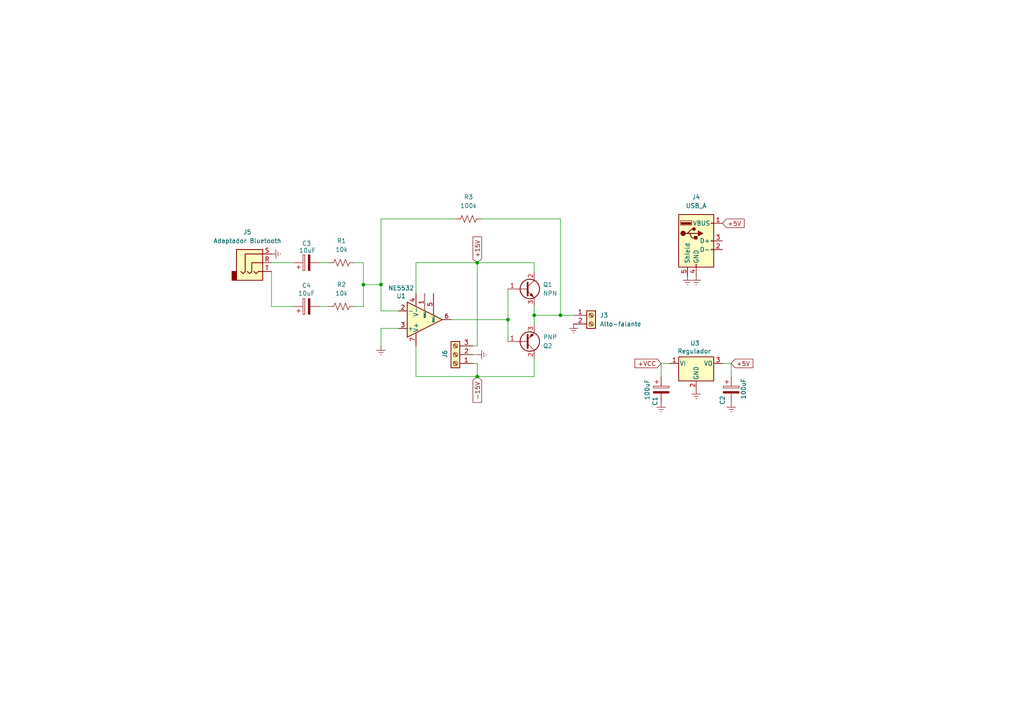
<source format=kicad_sch>
(kicad_sch (version 20250114) (generator "eeschema") (generator_version "9.0")
  (paper "A4")
  (lib_symbols
    (symbol "Amplifier_Operational:LF355" (pin_names (offset 0.127))
      (property "Reference" "U" (at 0 6.35 0))
      (property "Value" "LF355" (at 0 3.81 0))
      (symbol "LF355_0_1"
        (polyline (pts (xy -5.08 5.08) (xy 5.08 0) (xy -5.08 -5.08) (xy -5.08 5.08)) (stroke (width 0.254)) (fill (type background)))
      )
      (symbol "LF355_1_1"
        (pin input line (at -7.62 2.54 0) (length 2.54) (name "+") (number "3"))
        (pin input line (at -7.62 -2.54 0) (length 2.54) (name "-") (number "2"))
        (pin power_in line (at -2.54 7.62 270) (length 3.81) (name "V+") (number "7"))
        (pin power_in line (at -2.54 -7.62 90) (length 3.81) (name "V-") (number "4"))
        (pin no_connect line (at 0 2.54 270) (length 2.54) (hide yes) (name "NC") (number "8"))
        (pin input line (at 0 -7.62 90) (length 5.08) (name "NULL") (number "1"))
        (pin input line (at 2.54 -7.62 90) (length 6.35) (name "NULL") (number "5"))
        (pin output line (at 7.62 0 180) (length 2.54) (name "~") (number "6"))
      )
    )
    (symbol "Connector:Screw_Terminal_01x02" (pin_names (offset 1.016) (hide yes))
      (property "Reference" "J" (at 0 2.54 0))
      (property "Value" "Screw_Terminal_01x02" (at 0 -5.08 0))
      (symbol "Screw_Terminal_01x02_1_1"
        (rectangle (start -1.27 1.27) (end 1.27 -3.81) (stroke (width 0.254)) (fill (type background)))
        (polyline (pts (xy -0.5334 0.3302) (xy 0.3302 -0.508)) (stroke (width 0.1524)))
        (polyline (pts (xy -0.5334 -2.2098) (xy 0.3302 -3.048)) (stroke (width 0.1524)))
        (polyline (pts (xy -0.3556 0.508) (xy 0.508 -0.3302)) (stroke (width 0.1524)))
        (polyline (pts (xy -0.3556 -2.032) (xy 0.508 -2.8702)) (stroke (width 0.1524)))
        (circle (center 0 0) (radius 0.635) (stroke (width 0.1524)))
        (circle (center 0 -2.54) (radius 0.635) (stroke (width 0.1524)))
        (pin passive line (at -5.08 0 0) (length 3.81) (name "Pin_1") (number "1"))
        (pin passive line (at -5.08 -2.54 0) (length 3.81) (name "Pin_2") (number "2"))
      )
    )
    (symbol "Connector:Screw_Terminal_01x03" (pin_names (offset 1.016) (hide yes))
      (property "Reference" "J" (at 0 5.08 0))
      (property "Value" "Screw_Terminal_01x03" (at 0 -5.08 0))
      (symbol "Screw_Terminal_01x03_1_1"
        (rectangle (start -1.27 3.81) (end 1.27 -3.81) (stroke (width 0.254)) (fill (type background)))
        (polyline (pts (xy -0.5334 2.8702) (xy 0.3302 2.032)) (stroke (width 0.1524)))
        (polyline (pts (xy -0.5334 0.3302) (xy 0.3302 -0.508)) (stroke (width 0.1524)))
        (polyline (pts (xy -0.5334 -2.2098) (xy 0.3302 -3.048)) (stroke (width 0.1524)))
        (polyline (pts (xy -0.3556 3.048) (xy 0.508 2.2098)) (stroke (width 0.1524)))
        (polyline (pts (xy -0.3556 0.508) (xy 0.508 -0.3302)) (stroke (width 0.1524)))
        (polyline (pts (xy -0.3556 -2.032) (xy 0.508 -2.8702)) (stroke (width 0.1524)))
        (circle (center 0 2.54) (radius 0.635) (stroke (width 0.1524)))
        (circle (center 0 0) (radius 0.635) (stroke (width 0.1524)))
        (circle (center 0 -2.54) (radius 0.635) (stroke (width 0.1524)))
        (pin passive line (at -5.08 2.54 0) (length 3.81) (name "Pin_1") (number "1"))
        (pin passive line (at -5.08 0 0) (length 3.81) (name "Pin_2") (number "2"))
        (pin passive line (at -5.08 -2.54 0) (length 3.81) (name "Pin_3") (number "3"))
      )
    )
    (symbol "Connector:USB_A" (pin_names (offset 1.016))
      (property "Reference" "J" (at -5.08 11.43 0))
      (property "Value" "USB_A" (at -5.08 8.89 0))
      (symbol "USB_A_0_1"
        (rectangle (start -5.08 -7.62) (end 5.08 7.62) (stroke (width 0.254)) (fill (type background)))
        (circle (center -3.81 2.159) (radius 0.635) (stroke (width 0.254)) (fill (type outline)))
        (polyline (pts (xy -3.175 2.159) (xy -2.54 2.159) (xy -1.27 3.429) (xy -0.635 3.429)) (stroke (width 0.254)))
        (polyline (pts (xy -2.54 2.159) (xy -1.905 2.159) (xy -1.27 0.889) (xy 0 0.889)) (stroke (width 0.254)))
        (rectangle (start -1.524 4.826) (end -4.318 5.334) (fill (type outline)))
        (rectangle (start -1.27 4.572) (end -4.572 5.842))
        (circle (center -0.635 3.429) (radius 0.381) (stroke (width 0.254)) (fill (type outline)))
        (rectangle (start -0.127 -7.62) (end 0.127 -6.858))
        (rectangle (start 0.254 1.27) (end -0.508 0.508) (stroke (width 0.254)) (fill (type outline)))
        (polyline (pts (xy 0.635 2.794) (xy 0.635 1.524) (xy 1.905 2.159) (xy 0.635 2.794)) (stroke (width 0.254)) (fill (type outline)))
        (rectangle (start 5.08 4.953) (end 4.318 5.207))
        (rectangle (start 5.08 -0.127) (end 4.318 0.127))
        (rectangle (start 5.08 -2.667) (end 4.318 -2.413))
      )
      (symbol "USB_A_1_1"
        (polyline (pts (xy -1.905 2.159) (xy 0.635 2.159)) (stroke (width 0.254)))
        (pin passive line (at -2.54 -10.16 90) (length 2.54) (name "Shield") (number "5"))
        (pin power_in line (at 0 -10.16 90) (length 2.54) (name "GND") (number "4"))
        (pin power_in line (at 7.62 5.08 180) (length 2.54) (name "VBUS") (number "1"))
        (pin bidirectional line (at 7.62 0 180) (length 2.54) (name "D+") (number "3"))
        (pin bidirectional line (at 7.62 -2.54 180) (length 2.54) (name "D-") (number "2"))
      )
    )
    (symbol "Connector_Audio:AudioJack3"
      (property "Reference" "J" (at 0 8.89 0))
      (property "Value" "AudioJack3" (at 0 6.35 0))
      (symbol "AudioJack3_0_1"
        (rectangle (start -5.08 -5.08) (end -6.35 -2.54) (stroke (width 0.254)) (fill (type outline)))
        (polyline (pts (xy -1.905 -2.54) (xy -1.27 -3.175) (xy -0.635 -2.54) (xy -0.635 0) (xy 2.54 0)) (stroke (width 0.254)))
        (polyline (pts (xy 0 -2.54) (xy 0.635 -3.175) (xy 1.27 -2.54) (xy 2.54 -2.54)) (stroke (width 0.254)))
        (rectangle (start 2.54 3.81) (end -5.08 -5.08) (stroke (width 0.254)) (fill (type background)))
        (polyline (pts (xy 2.54 2.54) (xy -2.54 2.54) (xy -2.54 -2.54) (xy -3.175 -3.175) (xy -3.81 -2.54)) (stroke (width 0.254)))
      )
      (symbol "AudioJack3_1_1"
        (pin passive line (at 5.08 2.54 180) (length 2.54) (name "~") (number "S"))
        (pin passive line (at 5.08 0 180) (length 2.54) (name "~") (number "R"))
        (pin passive line (at 5.08 -2.54 180) (length 2.54) (name "~") (number "T"))
      )
    )
    (symbol "Device:C_Polarized" (pin_numbers (hide yes)) (pin_names (offset 0.254))
      (property "Reference" "C" (at 0.635 2.54 0))
      (property "Value" "C_Polarized" (at 0.635 -2.54 0))
      (symbol "C_Polarized_0_1"
        (rectangle (start -2.286 0.508) (end 2.286 1.016))
        (polyline (pts (xy -1.778 2.286) (xy -0.762 2.286)))
        (polyline (pts (xy -1.27 2.794) (xy -1.27 1.778)))
        (rectangle (start 2.286 -0.508) (end -2.286 -1.016) (fill (type outline)))
      )
      (symbol "C_Polarized_1_1"
        (pin passive line (at 0 3.81 270) (length 2.794) (name "~") (number "1"))
        (pin passive line (at 0 -3.81 90) (length 2.794) (name "~") (number "2"))
      )
    )
    (symbol "Device:R_US" (pin_numbers (hide yes)) (pin_names (offset 0))
      (property "Reference" "R" (at 2.54 0 90))
      (property "Value" "R_US" (at -2.54 0 90))
      (symbol "R_US_0_1"
        (polyline (pts (xy 0 2.286) (xy 0 2.54)))
        (polyline (pts (xy 0 2.286) (xy 1.016 1.905) (xy 0 1.524) (xy -1.016 1.143) (xy 0 0.762)))
        (polyline (pts (xy 0 0.762) (xy 1.016 0.381) (xy 0 0) (xy -1.016 -0.381) (xy 0 -0.762)))
        (polyline (pts (xy 0 -0.762) (xy 1.016 -1.143) (xy 0 -1.524) (xy -1.016 -1.905) (xy 0 -2.286)))
        (polyline (pts (xy 0 -2.286) (xy 0 -2.54)))
      )
      (symbol "R_US_1_1"
        (pin passive line (at 0 3.81 270) (length 1.27) (name "~") (number "1"))
        (pin passive line (at 0 -3.81 90) (length 1.27) (name "~") (number "2"))
      )
    )
    (symbol "Regulator_Linear:LM7805_TO220" (pin_names (offset 0.254))
      (property "Reference" "U" (at -3.81 3.175 0))
      (property "Value" "LM7805_TO220" (at 0 3.175 0))
      (symbol "LM7805_TO220_0_1"
        (rectangle (start -5.08 1.905) (end 5.08 -5.08) (stroke (width 0.254)) (fill (type background)))
      )
      (symbol "LM7805_TO220_1_1"
        (pin power_in line (at -7.62 0 0) (length 2.54) (name "VI") (number "1"))
        (pin power_in line (at 0 -7.62 90) (length 2.54) (name "GND") (number "2"))
        (pin power_out line (at 7.62 0 180) (length 2.54) (name "VO") (number "3"))
      )
    )
    (symbol "Transistor_BJT:TIP41C" (pin_names (offset 0) (hide yes))
      (property "Reference" "Q" (at 6.35 1.905 0))
      (property "Value" "TIP41C" (at 6.35 0 0))
      (symbol "TIP41C_0_1"
        (polyline (pts (xy -2.54 0) (xy 0.635 0)))
        (polyline (pts (xy 0.635 1.905) (xy 0.635 -1.905)) (stroke (width 0.508)))
        (circle (center 1.27 0) (radius 2.8194) (stroke (width 0.254)))
      )
      (symbol "TIP41C_1_1"
        (polyline (pts (xy 0.635 0.635) (xy 2.54 2.54)))
        (polyline (pts (xy 0.635 -0.635) (xy 2.54 -2.54)))
        (polyline (pts (xy 1.27 -1.778) (xy 1.778 -1.27) (xy 2.286 -2.286) (xy 1.27 -1.778)) (fill (type outline)))
        (pin input line (at -5.08 0 0) (length 2.54) (name "B") (number "1"))
        (pin passive line (at 2.54 5.08 270) (length 2.54) (name "C") (number "2"))
        (pin passive line (at 2.54 -5.08 90) (length 2.54) (name "E") (number "3"))
      )
    )
    (symbol "Transistor_BJT:TIP42C" (pin_names (offset 0) (hide yes))
      (property "Reference" "Q" (at 6.35 1.905 0))
      (property "Value" "TIP42C" (at 6.35 0 0))
      (symbol "TIP42C_0_1"
        (polyline (pts (xy -2.54 0) (xy 0.635 0)))
        (polyline (pts (xy 0.635 1.905) (xy 0.635 -1.905)) (stroke (width 0.508)))
        (polyline (pts (xy 0.635 0.635) (xy 2.54 2.54)))
        (polyline (pts (xy 0.635 -0.635) (xy 2.54 -2.54)))
        (circle (center 1.27 0) (radius 2.8194) (stroke (width 0.254)))
        (polyline (pts (xy 2.286 -1.778) (xy 1.778 -2.286) (xy 1.27 -1.27) (xy 2.286 -1.778)) (fill (type outline)))
      )
      (symbol "TIP42C_1_1"
        (pin input line (at -5.08 0 0) (length 2.54) (name "B") (number "1"))
        (pin passive line (at 2.54 5.08 270) (length 2.54) (name "C") (number "2"))
        (pin passive line (at 2.54 -5.08 90) (length 2.54) (name "E") (number "3"))
      )
    )
    (symbol "power:Earth" (power) (pin_numbers (hide yes)) (pin_names (offset 0) (hide yes))
      (property "Value" "Earth" (at 0 -3.81 0))
      (symbol "Earth_0_1"
        (polyline (pts (xy -0.635 -1.905) (xy 0.635 -1.905)))
        (polyline (pts (xy -0.127 -2.54) (xy 0.127 -2.54)))
        (polyline (pts (xy 0 -1.27) (xy 0 0)))
        (polyline (pts (xy 1.27 -1.27) (xy -1.27 -1.27)))
      )
      (symbol "Earth_1_1"
        (pin power_in line (at 0 0 270) (length 0) (name "~") (number "1"))
      )
    )
    (symbol "power:GNDREF" (power) (pin_numbers (hide yes)) (pin_names (offset 0) (hide yes))
      (property "Value" "GNDREF" (at 0 -3.81 0))
      (symbol "GNDREF_0_1"
        (polyline (pts (xy -0.635 -1.905) (xy 0.635 -1.905)))
        (polyline (pts (xy -0.127 -2.54) (xy 0.127 -2.54)))
        (polyline (pts (xy 0 -1.27) (xy 0 0)))
        (polyline (pts (xy 1.27 -1.27) (xy -1.27 -1.27)))
      )
      (symbol "GNDREF_1_1"
        (pin power_in line (at 0 0 270) (length 0) (name "~") (number "1"))
      )
    )
  )
  (junction (at 147.32 92.71))
  (junction (at 154.94 91.44))
  (junction (at 138.43 76.2))
  (junction (at 138.43 109.22))
  (junction (at 105.41 82.55))
  (junction (at 110.49 82.55))
  (junction (at 162.56 91.44))
  (wire (pts (xy 138.43 109.22) (xy 138.43 105.41)))
  (wire (pts (xy 92.71 76.2) (xy 95.25 76.2)))
  (wire (pts (xy 105.41 76.2) (xy 105.41 82.55)))
  (wire (pts (xy 154.94 91.44) (xy 154.94 88.9)))
  (wire (pts (xy 110.49 82.55) (xy 110.49 90.17)))
  (wire (pts (xy 154.94 93.98) (xy 154.94 91.44)))
  (wire (pts (xy 105.41 82.55) (xy 110.49 82.55)))
  (wire (pts (xy 147.32 92.71) (xy 130.81 92.71)))
  (wire (pts (xy 191.77 109.22) (xy 191.77 105.41)))
  (wire (pts (xy 78.74 88.9) (xy 85.09 88.9)))
  (wire (pts (xy 138.43 76.2) (xy 138.43 100.33)))
  (wire (pts (xy 212.09 109.22) (xy 212.09 105.41)))
  (wire (pts (xy 105.41 82.55) (xy 105.41 88.9)))
  (wire (pts (xy 154.94 109.22) (xy 154.94 104.14)))
  (wire (pts (xy 138.43 105.41) (xy 137.16 105.41)))
  (wire (pts (xy 120.65 76.2) (xy 120.65 85.09)))
  (wire (pts (xy 154.94 76.2) (xy 154.94 78.74)))
  (wire (pts (xy 110.49 95.25) (xy 115.57 95.25)))
  (wire (pts (xy 147.32 92.71) (xy 147.32 99.06)))
  (wire (pts (xy 137.16 102.87) (xy 138.43 102.87)))
  (wire (pts (xy 92.71 88.9) (xy 95.25 88.9)))
  (wire (pts (xy 105.41 88.9) (xy 102.87 88.9)))
  (wire (pts (xy 110.49 100.33) (xy 110.49 95.25)))
  (wire (pts (xy 120.65 109.22) (xy 138.43 109.22)))
  (wire (pts (xy 139.7 63.5) (xy 162.56 63.5)))
  (wire (pts (xy 137.16 100.33) (xy 138.43 100.33)))
  (wire (pts (xy 78.74 88.9) (xy 78.74 78.74)))
  (wire (pts (xy 110.49 63.5) (xy 110.49 82.55)))
  (wire (pts (xy 147.32 83.82) (xy 147.32 92.71)))
  (wire (pts (xy 138.43 109.22) (xy 154.94 109.22)))
  (wire (pts (xy 120.65 100.33) (xy 120.65 109.22)))
  (wire (pts (xy 78.74 76.2) (xy 85.09 76.2)))
  (wire (pts (xy 191.77 105.41) (xy 194.31 105.41)))
  (wire (pts (xy 132.08 63.5) (xy 110.49 63.5)))
  (wire (pts (xy 102.87 76.2) (xy 105.41 76.2)))
  (wire (pts (xy 110.49 90.17) (xy 115.57 90.17)))
  (wire (pts (xy 212.09 105.41) (xy 209.55 105.41)))
  (wire (pts (xy 162.56 63.5) (xy 162.56 91.44)))
  (wire (pts (xy 162.56 91.44) (xy 166.37 91.44)))
  (wire (pts (xy 138.43 76.2) (xy 154.94 76.2)))
  (wire (pts (xy 120.65 76.2) (xy 138.43 76.2)))
  (wire (pts (xy 154.94 91.44) (xy 162.56 91.44)))
  (global_label "-15V" (shape input) (at 138.43 109.22 270) (property "Intersheetrefs" "${INTERSHEET_REFS}" (effects (hide yes))))
  (global_label "+VCC" (shape input) (at 191.77 105.41 180) (property "Intersheetrefs" "${INTERSHEET_REFS}" (effects (hide yes))))
  (global_label "+15V" (shape input) (at 138.43 76.2 90) (property "Intersheetrefs" "${INTERSHEET_REFS}" (effects (hide yes))))
  (global_label "+5V" (shape input) (at 212.09 105.41 0) (property "Intersheetrefs" "${INTERSHEET_REFS}" (effects (hide yes))))
  (global_label "+5V" (shape input) (at 209.55 64.77 0) (property "Intersheetrefs" "${INTERSHEET_REFS}" (effects (hide yes))))
  (symbol (lib_id "power:GNDREF") (at 166.37 93.98 0) (unit 1)
    (property "Reference" "#PWR06" (effects (hide yes)))
    (property "Value" "GNDREF" (effects (hide yes)))
    (property "Description" "Power symbol creates a global label with name \"GNDREF\" , reference supply ground" (effects (hide yes)))
  )
  (symbol (lib_id "power:Earth") (at 138.43 102.87 90) (unit 1)
    (property "Reference" "#PWR05" (effects (hide yes)))
    (property "Value" "Earth" (effects (hide yes)))
    (property "Description" "Power symbol creates a global label with name \"Earth\"" (effects (hide yes)))
  )
  (symbol (lib_id "power:Earth") (at 78.74 73.66 90) (unit 1)
    (property "Reference" "#PWR010" (effects (hide yes)))
    (property "Value" "Earth" (effects (hide yes)))
    (property "Description" "Power symbol creates a global label with name \"Earth\"" (effects (hide yes)))
  )
  (symbol (lib_id "power:GNDREF") (at 212.09 116.84 0) (unit 1)
    (property "Reference" "#PWR09" (effects (hide yes)))
    (property "Value" "GNDREF" (effects (hide yes)))
    (property "Description" "Power symbol creates a global label with name \"GNDREF\" , reference supply ground" (effects (hide yes)))
  )
  (symbol (lib_id "Device:R_US") (at 135.89 63.5 90) (unit 1)
    (property "Reference" "R3" (at 135.89 57.15 90))
    (property "Value" "100k" (at 135.89 59.69 90))
    (property "Description" "Resistor, US symbol" (effects (hide yes)))
  )
  (symbol (lib_id "Device:R_US") (at 99.06 76.2 90) (unit 1)
    (property "Reference" "R1" (at 99.06 69.85 90))
    (property "Value" "10k" (at 99.06 72.39 90))
    (property "Description" "Resistor, US symbol" (effects (hide yes)))
  )
  (symbol (lib_id "Connector:USB_A") (at 201.93 69.85 0) (unit 1)
    (property "Reference" "J4" (at 201.93 57.15 0))
    (property "Value" "USB_A" (at 201.93 59.69 0))
    (property "Description" "USB Type A connector" (effects (hide yes)))
  )
  (symbol (lib_id "Device:C_Polarized") (at 88.9 88.9 90) (unit 1)
    (property "Reference" "C4" (at 88.9 82.804 90))
    (property "Value" "10uF" (at 88.9 85.09 90))
    (property "Description" "Polarized capacitor" (effects (hide yes)))
  )
  (symbol (lib_id "Device:R_US") (at 99.06 88.9 90) (unit 1)
    (property "Reference" "R2" (at 99.06 82.55 90))
    (property "Value" "10k" (at 99.06 85.09 90))
    (property "Description" "Resistor, US symbol" (effects (hide yes)))
  )
  (symbol (lib_id "Device:C_Polarized") (at 212.09 113.03 0) (unit 1)
    (property "Reference" "C2" (at 209.55 116.078 90))
    (property "Value" "100uF" (at 215.646 112.776 90))
    (property "Description" "Polarized capacitor" (effects (hide yes)))
  )
  (symbol (lib_id "Connector:Screw_Terminal_01x02") (at 171.45 91.44 0) (unit 1)
    (property "Reference" "J3" (at 173.99 91.4399 0) (effects (justify left)))
    (property "Value" "Alto-falante" (at 173.99 93.9799 0) (effects (justify left)))
    (property "Description" "Generic screw terminal, single row, 01x02, script generated (kicad-library-utils/schlib/autogen/connector/)" (effects (hide yes)))
  )
  (symbol (lib_id "power:Earth") (at 201.93 80.01 0) (unit 1)
    (property "Reference" "#PWR011" (effects (hide yes)))
    (property "Value" "Earth" (effects (hide yes)))
    (property "Description" "Power symbol creates a global label with name \"Earth\"" (effects (hide yes)))
  )
  (symbol (lib_id "Device:C_Polarized") (at 88.9 76.2 90) (unit 1)
    (property "Reference" "C3" (at 88.9 70.612 90))
    (property "Value" "10uF" (at 89.154 72.644 90))
    (property "Description" "Polarized capacitor" (effects (hide yes)))
  )
  (symbol (lib_id "Connector_Audio:AudioJack3") (at 73.66 76.2 0) (unit 1)
    (property "Reference" "J5" (at 71.755 67.31 0))
    (property "Value" "Adaptador Bluetooth" (at 71.755 69.85 0))
    (property "Description" "Audio Jack, 3 Poles (Stereo / TRS)" (effects (hide yes)))
  )
  (symbol (lib_id "Transistor_BJT:TIP42C") (at 152.4 99.06 0) (mirror x) (unit 1)
    (property "Reference" "Q2" (at 157.48 100.3301 0) (effects (justify left)))
    (property "Value" "PNP" (at 157.48 97.7901 0) (effects (justify left)))
    (property "Footprint" "Package_TO_SOT_THT:TO-220-3_Vertical" (effects (hide yes)))
    (property "Datasheet" "https://www.centralsemi.com/get_document.php?cmp=1&mergetype=pd&mergepath=pd&pdf_id=TIP42.PDF" (effects (hide yes)))
    (property "Description" "-6A Ic, -100V Vce, Power PNP Transistor, TO-220" (effects (hide yes)))
  )
  (symbol (lib_id "power:Earth") (at 110.49 100.33 0) (unit 1)
    (property "Reference" "#PWR01" (effects (hide yes)))
    (property "Value" "Earth" (effects (hide yes)))
    (property "Description" "Power symbol creates a global label with name \"Earth\"" (effects (hide yes)))
  )
  (symbol (lib_id "power:Earth") (at 199.39 80.01 0) (unit 1)
    (property "Reference" "#PWR03" (effects (hide yes)))
    (property "Value" "Earth" (effects (hide yes)))
    (property "Description" "Power symbol creates a global label with name \"Earth\"" (effects (hide yes)))
  )
  (symbol (lib_id "Transistor_BJT:TIP41C") (at 152.4 83.82 0) (unit 1)
    (property "Reference" "Q1" (at 157.48 82.5499 0) (effects (justify left)))
    (property "Value" "NPN" (at 157.48 85.0899 0) (effects (justify left)))
    (property "Footprint" "Package_TO_SOT_THT:TO-220-3_Vertical" (effects (hide yes)))
    (property "Datasheet" "https://www.centralsemi.com/get_document.php?cmp=1&mergetype=pd&mergepath=pd&pdf_id=tip41.PDF" (effects (hide yes)))
    (property "Description" "6A Ic, 100V Vce, Power NPN Transistor, TO-220" (effects (hide yes)))
  )
  (symbol (lib_id "Device:C_Polarized") (at 191.77 113.03 0) (unit 1)
    (property "Reference" "C1" (at 189.992 116.332 90))
    (property "Value" "100uF" (at 187.706 113.03 90))
    (property "Description" "Polarized capacitor" (effects (hide yes)))
  )
  (symbol (lib_id "power:GNDREF") (at 201.93 113.03 0) (unit 1)
    (property "Reference" "#PWR07" (effects (hide yes)))
    (property "Value" "GNDREF" (effects (hide yes)))
    (property "Description" "Power symbol creates a global label with name \"GNDREF\" , reference supply ground" (effects (hide yes)))
  )
  (symbol (lib_id "Connector:Screw_Terminal_01x03") (at 132.08 102.87 180) (unit 1)
    (property "Reference" "J6" (at 129.032 103.886 90) (effects (justify right)))
    (property "Value" "Screw_Terminal_01x03" (effects (hide yes)))
    (property "Description" "Generic screw terminal, single row, 01x03, script generated (kicad-library-utils/schlib/autogen/connector/)" (effects (hide yes)))
  )
  (symbol (lib_id "Amplifier_Operational:LF355") (at 123.19 92.71 0) (mirror x) (unit 1)
    (property "Reference" "U1" (at 116.332 85.852 0))
    (property "Value" "NE5532" (at 116.332 83.566 0))
    (property "Datasheet" "http://www.ti.com/lit/ds/symlink/lf357.pdf" (effects (hide yes)))
    (property "Description" "Single JFET Input Operational Amplifiers, DIP-8/SOIC-8" (effects (hide yes)))
  )
  (symbol (lib_id "power:GNDREF") (at 191.77 116.84 0) (unit 1)
    (property "Reference" "#PWR08" (effects (hide yes)))
    (property "Value" "GNDREF" (effects (hide yes)))
    (property "Description" "Power symbol creates a global label with name \"GNDREF\" , reference supply ground" (effects (hide yes)))
  )
  (symbol (lib_id "Regulator_Linear:LM7805_TO220") (at 201.93 105.41 0) (unit 1)
    (property "Reference" "U3" (at 202.946 99.568 0) (effects (justify right)))
    (property "Value" "Regulador" (at 206.248 101.854 0) (effects (justify right)))
    (property "Footprint" "Package_TO_SOT_THT:TO-220-3_Vertical" (effects (hide yes)))
    (property "Datasheet" "https://www.onsemi.cn/PowerSolutions/document/MC7800-D.PDF" (effects (hide yes)))
    (property "Description" "Positive 1A 35V Linear Regulator, Fixed Output 5V, TO-220" (effects (hide yes)))
  )
)
</source>
